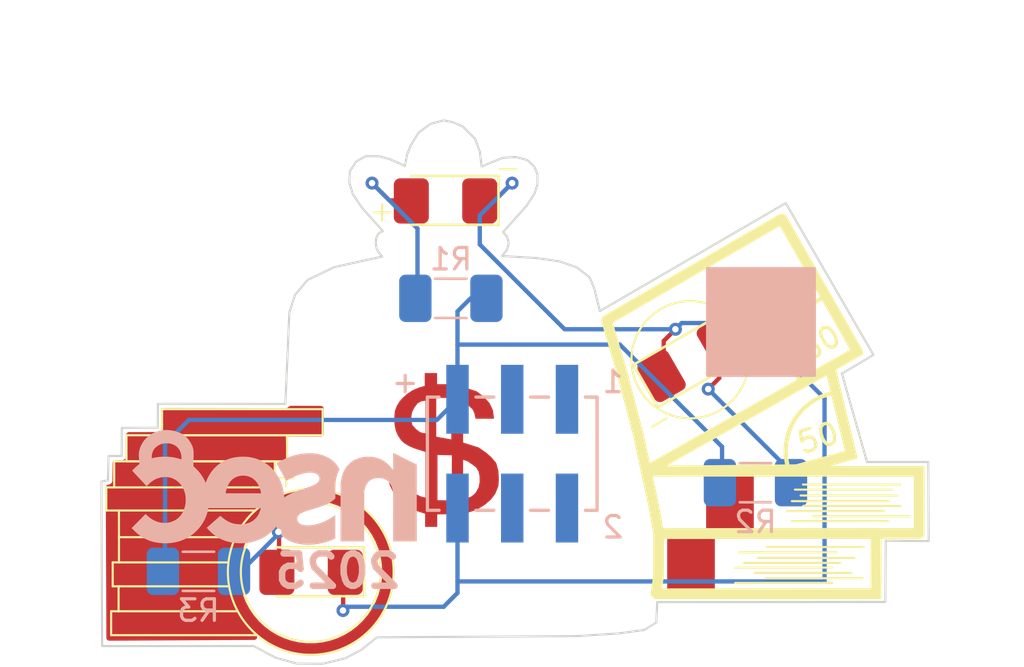
<source format=kicad_pcb>
(kicad_pcb (version 20240108) (generator "pcbnew") (generator_version "8.0")
  (layers (0 "F.Cu" signal) (31 "B.Cu" signal) (34 "B.Paste" user) (35 "F.Paste" user) (36 "B.SilkS" user "B.Silkscreen") (37 "F.SilkS" user "F.Silkscreen") (38 "B.Mask" user) (39 "F.Mask" user) (44 "Edge.Cuts" user))
  (net 0 "")
  (net 1 "GND")
  (net 2 "Net-(D1-A)")
  (net 3 "Net-(D2-A)")
  (net 4 "+3.3V")
  (net 9 "Net-(D3-A)")
  (footprint "footprints:LED_1206_3216Metric_Pad1.42x1.75mm_HandSolder" (layer "F.Cu") (at 133.324168 126.690844 30)
    (property "Reference" "D2" (hide yes))
    (property "Value" "LED")
    (fp_text user "-" (at -3.434354 2.300139 30) (layer "F.SilkS") (effects (font (thickness 0.1)) (justify left bottom)))
    (fp_text user "+" (at 2.410133 -1.022808 30) (layer "F.SilkS") (effects (font (thickness 0.1)) (justify left bottom)))
    (pad "1" smd roundrect (at -1.5875 -0.025 30) (size 1.625 2.1) (layers "F.Cu" "F.Paste" "F.Mask") (roundrect_rratio 0.175439) (net 1 "GND"))
    (pad "2" smd roundrect (at 1.5875 -0.025 30) (size 1.625 2.1) (layers "F.Cu" "F.Paste" "F.Mask") (roundrect_rratio 0.175439) (net 3 "Net-(D2-A)"))
  )
  (footprint "footprints:LED_1206_3216Metric_Pad1.42x1.75mm_HandSolder" (layer "F.Cu") (at 115.670986 136.552257 180)
    (property "Reference" "D3" (hide yes))
    (property "Value" "LED")
    (fp_text user "-" (at -2.629014 4.752257 180) (layer "F.SilkS") (effects (font (thickness 0.1)) (justify left bottom)))
    (fp_text user "+" (at 0.470986 4.852257 180) (layer "F.SilkS") (effects (font (thickness 0.1)) (justify left bottom)))
    (pad "1" smd roundrect (at -1.5875 -0.025 180) (size 1.625 2.1) (layers "F.Cu" "F.Paste" "F.Mask") (roundrect_rratio 0.175439) (net 1 "GND"))
    (pad "2" smd roundrect (at 1.5875 -0.025 180) (size 1.625 2.1) (layers "F.Cu" "F.Paste" "F.Mask") (roundrect_rratio 0.175439) (net 9 "Net-(D3-A)"))
  )
  (footprint "footprints:LED_1206_3216Metric_Pad1.42x1.75mm_HandSolder" (layer "F.Cu") (at 121.910116 119.303931 180)
    (property "Reference" "D1" (hide yes))
    (property "Value" "LED")
    (fp_text user "+" (at 2.260116 -0.046069 180) (layer "F.SilkS") (effects (font (thickness 0.1)) (justify left bottom)))
    (fp_text user "-" (at -3.589884 1.953931 180) (layer "F.SilkS") (effects (font (thickness 0.1)) (justify left bottom)))
    (pad "1" smd roundrect (at -1.5875 -0.025 180) (size 1.625 2.1) (layers "F.Cu" "F.Paste" "F.Mask") (roundrect_rratio 0.175439) (net 1 "GND"))
    (pad "2" smd roundrect (at 1.5875 -0.025 180) (size 1.625 2.1) (layers "F.Cu" "F.Paste" "F.Mask") (roundrect_rratio 0.175439) (net 2 "Net-(D1-A)"))
  )
  (footprint "footprints:nsec-2025" (layer "B.Cu") (at 113.85 135.55 180)
    (property "Reference" "REF**" (hide yes))
    (property "Value" "nsec-2025" (hide yes))
    (fp_text user "2025" (at -6.1 -1.85 0) (layer "B.SilkS") (effects (font (size 1.5 1.5) (thickness 0.3) (bold yes)) (justify left bottom mirror)))
  )
  (footprint "footprints:R_1206_3216Metric_Pad1.30x1.75mm_HandSolder" (layer "B.Cu") (at 122.159405 123.851589 180)
    (property "Reference" "R1" (at 0 1.82 0) (layer "B.SilkS") (effects (justify mirror)))
    (property "Value" "330")
    (pad "1" smd roundrect (at -1.65 0 180) (size 1.5 2.2) (layers "B.Cu" "B.Paste" "B.Mask") (roundrect_rratio 0.192308) (net 4 "+3.3V"))
    (pad "2" smd roundrect (at 1.65 0 180) (size 1.5 2.2) (layers "B.Cu" "B.Paste" "B.Mask") (roundrect_rratio 0.192308) (net 2 "Net-(D1-A)"))
  )
  (footprint "footprints:R_1206_3216Metric_Pad1.30x1.75mm_HandSolder" (layer "B.Cu") (at 136.294019 132.414297)
    (property "Reference" "R2" (at 0 1.82 180) (layer "B.SilkS") (effects (justify mirror)))
    (property "Value" "330")
    (pad "1" smd roundrect (at -1.65 0) (size 1.5 2.2) (layers "B.Cu" "B.Paste" "B.Mask") (roundrect_rratio 0.192308) (net 4 "+3.3V"))
    (pad "2" smd roundrect (at 1.65 0) (size 1.5 2.2) (layers "B.Cu" "B.Paste" "B.Mask") (roundrect_rratio 0.192308) (net 3 "Net-(D2-A)"))
  )
  (footprint "footprints:SAO Connector SMD" (layer "B.Cu") (at 125.005473 131.066827 180)
    (property "Reference" "J1" (hide yes))
    (property "Value" "SAO Connector SMD" (hide yes))
    (fp_text user "1" (at -5.25 2.75 0) (layer "B.SilkS") (effects (justify left bottom mirror)))
    (fp_text user "2" (at -5.25 -4 0) (layer "B.SilkS") (effects (justify left bottom mirror)))
    (fp_text user "-" (at 4.25 -4 0) (layer "B.SilkS") (effects (justify left bottom mirror)))
    (fp_text user "+" (at 4.25 2.75 0) (layer "B.SilkS") (effects (justify left bottom mirror)))
    (pad "1" smd rect (at -2.54 2.524999 180) (size 1.0414 3.2004) (layers "B.Cu" "B.Paste" "B.Mask"))
    (pad "2" smd rect (at -2.54 -2.524999 180) (size 1.0414 3.2004) (layers "B.Cu" "B.Paste" "B.Mask"))
    (pad "3" smd rect (at 0 2.524999 180) (size 1.0414 3.2004) (layers "B.Cu" "B.Paste" "B.Mask"))
    (pad "4" smd rect (at 0 -2.524999 180) (size 1.0414 3.2004) (layers "B.Cu" "B.Paste" "B.Mask"))
    (pad "5" smd rect (at 2.54 2.524999 180) (size 1.0414 3.2004) (layers "B.Cu" "B.Paste" "B.Mask") (net 4 "+3.3V"))
    (pad "6" smd rect (at 2.54 -2.524999 180) (size 1.0414 3.2004) (layers "B.Cu" "B.Paste" "B.Mask") (net 1 "GND"))
  )
  (footprint "footprints:R_1206_3216Metric_Pad1.30x1.75mm_HandSolder" (layer "B.Cu") (at 110.443855 136.531772)
    (property "Reference" "R3" (at 0 1.82 180) (layer "B.SilkS") (effects (justify mirror)))
    (property "Value" "330")
    (pad "1" smd roundrect (at -1.65 0) (size 1.5 2.2) (layers "B.Cu" "B.Paste" "B.Mask") (roundrect_rratio 0.192308) (net 4 "+3.3V"))
    (pad "2" smd roundrect (at 1.65 0) (size 1.5 2.2) (layers "B.Cu" "B.Paste" "B.Mask") (roundrect_rratio 0.192308) (net 9 "Net-(D3-A)"))
  )
  (gr_rect (start 132.246656 134.961955) (end 134.359254 137.450528) (stroke (width 0.1)) (fill solid) (layer "F.Cu"))
  (gr_rect (start 134.05407 132.078873) (end 136.166668 134.567446) (stroke (width 0.1)) (fill solid) (layer "F.Cu"))
  (gr_poly (pts (xy 123.274423 129.18671) (xy 123.321973 129.41619) (xy 124.134457 129.418258) (xy 124.086907 129.058532) (xy 123.935988 128.736019) (xy 123.663092 128.427977) (xy 123.337592 128.188418) (xy 122.718294 127.993825) (xy 122.716227 127.342597) (xy 122.203514 127.344664) (xy 122.205581 127.867714) (xy 122.206199 128.462197) (xy 122.202064 130.436556) (xy 121.454609 130.298457) (xy 121.455118 128.452786) (xy 122.204131 128.45186) (xy 122.186767 127.86508) (xy 121.494399 127.865647) (xy 121.492331 127.346732) (xy 120.969281 127.346732) (xy 120.971349 127.935938) (xy 120.667442 128.024836) (xy 120.390412 128.142677) (xy 120.148527 128.301867) (xy 119.929384 128.498269) (xy 119.782599 128.669862) (xy 119.667456 128.86523) (xy 119.586197 129.077138) (xy 119.559321 129.325225) (xy 119.557253 129.550571) (xy 119.57675 129.76532) (xy 119.627545 130.001262) (xy 119.724712 130.220405) (xy 119.877699 130.445751) (xy 120.010012 130.561525) (xy 120.237425 130.70004) (xy 120.481377 130.80341) (xy 121.00091 130.966425) (xy 120.998842 130.147738) (xy 120.81071 130.122929) (xy 120.682531 130.062975) (xy 120.52541 129.940999) (xy 120.345855 129.744597) (xy 120.31071 129.593677) (xy 120.296238 129.376601) (xy 120.333142 129.138126) (xy 120.440647 128.921775) (xy 120.593634 128.716378) (xy 120.779699 128.611667) (xy 121.00091 128.576521) (xy 121.002977 130.145671) (xy 120.999876 130.967028) (xy 120.999876 133.137013) (xy 120.74662 133.074547) (xy 120.511727 132.954013) (xy 120.285592 132.714821) (xy 120.124336 132.402645) (xy 120.020966 132.119412) (xy 119.243627 132.117345) (xy 119.349064 132.530823) (xy 119.533062 132.907088) (xy 119.754273 133.186186) (xy 119.973416 133.378453) (xy 120.250447 133.547979) (xy 120.558488 133.700966) (xy 120.986438 133.839481) (xy 120.986438 134.44316) (xy 121.499151 134.44316) (xy 121.498375 133.867391) (xy 121.511979 133.260619) (xy 121.511979 131.102263) (xy 122.22833 131.120869) (xy 122.223678 133.265271) (xy 121.516631 133.251316) (xy 121.525934 133.860679) (xy 122.222738 133.856021) (xy 122.224805 134.447294) (xy 122.702373 134.447294) (xy 122.706507 133.856021) (xy 122.702373 133.184118) (xy 122.700305 131.315197) (xy 122.946325 131.402027) (xy 123.159266 131.548812) (xy 123.341196 131.683192) (xy 123.467307 131.887864) (xy 123.514857 132.109075) (xy 123.516925 132.394375) (xy 123.467307 132.644529) (xy 123.318455 132.907088) (xy 123.136525 133.066277) (xy 122.931853 133.157242) (xy 122.702373 133.184118) (xy 122.706507 133.856021) (xy 123.279849 133.674463) (xy 123.529329 133.543844) (xy 123.758809 133.392925) (xy 123.996559 133.184118) (xy 124.199164 132.917425) (xy 124.339746 132.561834) (xy 124.36042 132.251725) (xy 124.341814 131.887864) (xy 124.242736 131.511455) (xy 124.011031 131.238703) (xy 123.765012 131.023695) (xy 123.433353 130.799756) (xy 122.701755 130.567727) (xy 122.69762 128.673997) (xy 122.987055 128.812512) (xy 123.185525 128.994443)) (stroke (width 0.05)) (fill solid) (layer "F.Cu"))
  (gr_rect (start 134.05 122.45) (end 139.05 127.45) (stroke (width 0.1)) (fill solid) (layer "B.SilkS"))
  (gr_poly (pts (xy 139.756967 127.058529) (xy 140.740244 131.114548) (xy 138.20011 131.811036) (xy 131.221572 131.87932)) (stroke (width 0.5)) (fill none) (layer "F.SilkS"))
  (gr_line (start 136.758917 136.85117) (end 141.258917 136.85117) (stroke (width 0.1)) (layer "F.SilkS"))
  (gr_arc (start 138.303533 127.595748) (mid 138.030335 125.506997) (end 139.342074 123.858708) (stroke (width 0.2)) (layer "F.SilkS"))
  (gr_line (start 138.516722 133.495416) (end 143.016722 133.495416) (stroke (width 0.1)) (layer "F.SilkS"))
  (gr_line (start 136.253622 136.60535) (end 140.753622 136.60535) (stroke (width 0.1)) (layer "F.SilkS"))
  (gr_line (start 106.166171 132.632045) (end 106.166171 133.706366) (stroke (width 0.1)) (layer "F.SilkS"))
  (gr_line (start 106.390746 139.496778) (end 113.152296 139.496778) (stroke (width 0.1)) (layer "F.SilkS"))
  (gr_line (start 135.352284 137.069676) (end 139.852284 137.069676) (stroke (width 0.1)) (layer "F.SilkS"))
  (gr_line (start 138.5 132.5) (end 143 132.5) (stroke (width 0.1)) (layer "F.SilkS"))
  (gr_rect (start 106.532375 131.42326) (end 113.986806 132.632663) (stroke (width 0.1)) (fill none) (layer "F.SilkS"))
  (gr_line (start 106.754923 136.116003) (end 106.463582 136.116003) (stroke (width 0.1)) (layer "F.SilkS"))
  (gr_line (start 106.752763 133.710544) (end 106.754923 136.116003) (stroke (width 0.1)) (layer "F.SilkS"))
  (gr_line (start 106.736714 138.386039) (end 112.261275 138.385496) (stroke (width 0.1)) (layer "F.SilkS"))
  (gr_line (start 106.754884 134.946003) (end 112.164161 134.946048) (stroke (width 0.1)) (layer "F.SilkS"))
  (gr_line (start 136.813544 135.403567) (end 141.313544 135.403567) (stroke (width 0.1)) (layer "F.SilkS"))
  (gr_line (start 106.166171 133.706366) (end 113.089434 133.705005) (stroke (width 0.1)) (layer "F.SilkS"))
  (gr_line (start 106.736714 138.386039) (end 106.390746 138.386039) (stroke (width 0.1)) (layer "F.SilkS"))
  (gr_circle (center 115.655238 136.562988) (end 118.33582 134.736683) (stroke (width 0.1)) (fill none) (layer "F.SilkS"))
  (gr_line (start 106.463582 137.226742) (end 106.736714 137.226742) (stroke (width 0.1)) (layer "F.SilkS"))
  (gr_line (start 106.463582 136.116003) (end 106.463582 137.226742) (stroke (width 0.1)) (layer "F.SilkS"))
  (gr_line (start 138.947665 133.974916) (end 143.447665 133.974916) (stroke (width 0.1)) (layer "F.SilkS"))
  (gr_line (start 138.38926 133.009847) (end 142.88926 133.009847) (stroke (width 0.1)) (layer "F.SilkS"))
  (gr_circle (center 133.262542 126.704013) (end 135.468829 128.298287) (stroke (width 0.1)) (fill none) (layer "F.SilkS"))
  (gr_line (start 106.532375 132.632663) (end 106.166171 132.632045) (stroke (width 0.1)) (layer "F.SilkS"))
  (gr_line (start 135.543477 135.649386) (end 140.043477 135.649386) (stroke (width 0.1)) (layer "F.SilkS"))
  (gr_line (start 137.982596 133.27084) (end 142.482596 133.27084) (stroke (width 0.1)) (layer "F.SilkS"))
  (gr_line (start 106.736714 137.226742) (end 106.736714 138.386039) (stroke (width 0.1)) (layer "F.SilkS"))
  (gr_line (start 137.976526 134.199491) (end 142.476526 134.199491) (stroke (width 0.1)) (layer "F.SilkS"))
  (gr_line (start 113.564219 132.636897) (end 113.56503 133.317911) (stroke (width 0.1)) (layer "F.SilkS"))
  (gr_line (start 106.390746 138.386039) (end 106.390746 139.496778) (stroke (width 0.1)) (layer "F.SilkS"))
  (gr_rect (start 107.103864 130.210887) (end 114.558295 131.42029) (stroke (width 0.1)) (fill none) (layer "F.SilkS"))
  (gr_line (start 106.736714 137.226742) (end 111.859469 137.226742) (stroke (width 0.1)) (layer "F.SilkS"))
  (gr_line (start 137.751951 133.732131) (end 142.251951 133.732131) (stroke (width 0.1)) (layer "F.SilkS"))
  (gr_circle (center 115.655238 136.562988) (end 118.782607 138.802675) (stroke (width 0.1)) (fill none) (layer "F.SilkS"))
  (gr_line (start 135.73467 136.141025) (end 140.23467 136.141025) (stroke (width 0.1)) (layer "F.SilkS"))
  (gr_poly (pts (xy 131.221572 131.87932) (xy 130.8665 130.213211) (xy 130.094017 127.275362) (xy 129.383872 124.871795) (xy 137.517279 120.16193) (xy 141.020903 126.328578)) (stroke (width 0.5)) (fill none) (layer "F.SilkS"))
  (gr_arc (start 137.777757 131.590411) (mid 138.103499 129.506165) (end 139.813051 128.270197) (stroke (width 0.2)) (layer "F.SilkS"))
  (gr_line (start 136.390188 135.908862) (end 140.890188 135.908862) (stroke (width 0.1)) (layer "F.SilkS"))
  (gr_line (start 135.338628 136.359531) (end 139.838628 136.359531) (stroke (width 0.1)) (layer "F.SilkS"))
  (gr_poly (pts (xy 131.221572 131.87932) (xy 143.893812 131.890746) (xy 143.893812 134.772295) (xy 131.802862 134.774619) (xy 131.557043 133.408956)) (stroke (width 0.5)) (fill none) (layer "F.SilkS"))
  (gr_line (start 138.12644 132.736714) (end 142.62644 132.736714) (stroke (width 0.1)) (layer "F.SilkS"))
  (gr_line (start 106.754923 136.116003) (end 111.829121 136.116003) (stroke (width 0.1)) (layer "F.SilkS"))
  (gr_poly (pts (xy 131.802862 134.774619) (xy 141.895438 134.769125) (xy 141.884637 137.570877) (xy 131.682808 137.571819) (xy 131.793758 136.750278)) (stroke (width 0.5)) (fill none) (layer "F.SilkS"))
  (gr_rect (start 108.753854 129) (end 116.208285 130.209403) (stroke (width 0.1)) (fill none) (layer "F.SilkS"))
  (gr_poly (pts (xy 105.97185 140.002229) (xy 113 140) (xy 114.02497 140.54389) (xy 115.008096 140.816005) (xy 116.201892 140.824783) (xy 117.264019 140.570223) (xy 118.007669 140.173311) (xy 118.729931 139.595875) (xy 127.98495 139.539297) (xy 129.93102 139.416387) (xy 131.139632 139.252508) (xy 131.692726 138.904264) (xy 131.733696 137.961956) (xy 142.320804 137.953234) (xy 142.340554 135.109191) (xy 144.335335 135.128941) (xy 144.315584 131.455385) (xy 141.471541 131.455385) (xy 140.306273 127.347322) (xy 141.767795 126.478309) (xy 137.699233 119.427452) (xy 129.070653 124.444817) (xy 128.816687 123.403443) (xy 128.597239 122.876768) (xy 128.000341 122.411539) (xy 127.175217 122.130646) (xy 126.139424 121.981421) (xy 124.534033 121.885689) (xy 124.762259 121.598944) (xy 124.844186 121.306347) (xy 124.779815 121.01375) (xy 124.580849 120.77382) (xy 125.675162 119.550764) (xy 126.043834 118.977274) (xy 126.172577 118.57349) (xy 126.178429 118.105335) (xy 126.026278 117.724959) (xy 125.698569 117.42651) (xy 125.171895 117.286063) (xy 124.563293 117.327027) (xy 123.582609 117.728908) (xy 123.506534 117.055934) (xy 123.284013 116.446355) (xy 122.706317 115.868659) (xy 122.257895 115.672285) (xy 121.821175 115.587097) (xy 121.215983 115.747003) (xy 120.6659 116.150787) (xy 120.30308 116.730129) (xy 120.11826 117.196381) (xy 120.028039 117.701551) (xy 119.331658 117.391398) (xy 118.828391 117.250952) (xy 118.198823 117.249048) (xy 117.757485 117.502585) (xy 117.47074 117.953184) (xy 117.443923 118.466252) (xy 117.605335 119.012386) (xy 118.03638 119.650787) (xy 119.001967 120.726909) (xy 118.801034 120.832879) (xy 118.695699 121.04745) (xy 118.66839 121.285429) (xy 118.711304 121.53121) (xy 118.816639 121.734078) (xy 118.97351 121.912251) (xy 116.751601 122.401071) (xy 115.5 123) (xy 114.921253 123.701892) (xy 114.663006 124.5) (xy 114.477417 128.754758) (xy 108.561104 128.748906) (xy 108.555252 129.860775) (xy 106.886325 129.866685) (xy 106.881692 131.17433) (xy 106.267144 131.17433) (xy 106.246659 132.301002) (xy 105.939385 132.362457)) (stroke (width 0.1)) (fill none) (layer "Edge.Cuts"))
  (gr_text "50" (at 138.682705 126.967158 30) (layer "F.SilkS") (effects (font (size 1 1)) (justify left bottom)))
  (gr_text "50" (at 138.36872 131.205956 17) (layer "F.SilkS") (effects (font (size 1 1)) (justify left bottom)))
  (segment (start 117.158486 138.341514) (end 117.158486 136.552257) (width 0.2) (layer "F.Cu") (net 1))
  (segment (start 116.545986 136.552257) (end 116.545986 137.333681) (width 0.2) (layer "F.Cu") (net 1))
  (segment (start 132.579429 125.287848) (end 132.579429 125.420571) (width 0.2) (layer "F.Cu") (net 1))
  (segment (start 123.397616 119.303931) (end 124.196069 119.303931) (width 0.2) (layer "F.Cu") (net 1))
  (segment (start 132.579429 125.287848) (end 132.035955 125.831322) (width 0.2) (layer "F.Cu") (net 1))
  (segment (start 132.035955 125.831322) (end 132.035955 127.434594) (width 0.2) (layer "F.Cu") (net 1))
  (segment (start 117.15 138.35) (end 117.158486 138.341514) (width 0.2) (layer "F.Cu") (net 1))
  (segment (start 124.196069 119.303931) (end 125 118.5) (width 0.2) (layer "F.Cu") (net 1))
  (via (at 132.579429 125.287848) (size 0.6) (drill 0.3) (layers "F.Cu" "B.Cu") (net 1))
  (via (at 117.15 138.35) (size 0.6) (drill 0.3) (layers "F.Cu" "B.Cu") (net 1))
  (via (at 125 118.5) (size 0.6) (drill 0.3) (layers "F.Cu" "B.Cu") (net 1))
  (segment (start 121.823067 138.176933) (end 122.465473 137.534527) (width 0.2) (layer "B.Cu") (net 1))
  (segment (start 132.867277 125) (end 136 125) (width 0.2) (layer "B.Cu") (net 1))
  (segment (start 117.15 138.35) (end 117.323067 138.176933) (width 0.2) (layer "B.Cu") (net 1))
  (segment (start 123.5 120) (end 123.5 121.35) (width 0.2) (layer "B.Cu") (net 1))
  (segment (start 127.437848 125.287848) (end 132.579429 125.287848) (width 0.2) (layer "B.Cu") (net 1))
  (segment (start 132.579429 125.287848) (end 132.867277 125) (width 0.2) (layer "B.Cu") (net 1))
  (segment (start 123.5 121.35) (end 127.437848 125.287848) (width 0.2) (layer "B.Cu") (net 1))
  (segment (start 122.465473 137.534527) (end 122.465473 137) (width 0.2) (layer "B.Cu") (net 1))
  (segment (start 125 118.5) (end 123.5 120) (width 0.2) (layer "B.Cu") (net 1))
  (segment (start 122.465473 137) (end 122.465473 133.591826) (width 0.2) (layer "B.Cu") (net 1))
  (segment (start 136 125) (end 139.5 128.5) (width 0.2) (layer "B.Cu") (net 1))
  (segment (start 139.5 137) (end 122.465473 137) (width 0.2) (layer "B.Cu") (net 1))
  (segment (start 117.323067 138.176933) (end 121.823067 138.176933) (width 0.2) (layer "B.Cu") (net 1))
  (segment (start 139.5 128.5) (end 139.5 137) (width 0.2) (layer "B.Cu") (net 1))
  (segment (start 118.5 118.5) (end 119.303931 119.303931) (width 0.2) (layer "F.Cu") (net 2))
  (segment (start 119.303931 119.303931) (end 120.422616 119.303931) (width 0.2) (layer "F.Cu") (net 2))
  (via (at 118.5 118.5) (size 0.6) (drill 0.3) (layers "F.Cu" "B.Cu") (net 2))
  (segment (start 118.5 118.5) (end 120.609405 120.609405) (width 0.2) (layer "B.Cu") (net 2))
  (segment (start 120.609405 120.609405) (end 120.609405 123.851589) (width 0.2) (layer "B.Cu") (net 2))
  (segment (start 134.612381 127.556491) (end 134.612381 125.947094) (width 0.2) (layer "F.Cu") (net 3))
  (segment (start 134.102256 128.066616) (end 134.612381 127.556491) (width 0.2) (layer "F.Cu") (net 3))
  (via (at 134.102256 128.066616) (size 0.6) (drill 0.3) (layers "F.Cu" "B.Cu") (net 3))
  (segment (start 134.102256 128.066616) (end 137.844019 131.808379) (width 0.2) (layer "B.Cu") (net 3))
  (segment (start 137.844019 131.808379) (end 137.844019 132.414297) (width 0.2) (layer "B.Cu") (net 3))
  (segment (start 122.465473 126) (end 122.465473 124.458021) (width 0.2) (layer "B.Cu") (net 4))
  (segment (start 122.465473 128.541828) (end 122.465473 126) (width 0.2) (layer "B.Cu") (net 4))
  (segment (start 121.507301 129.5) (end 110 129.5) (width 0.2) (layer "B.Cu") (net 4))
  (segment (start 110 129.5) (end 108.893855 130.606145) (width 0.2) (layer "B.Cu") (net 4))
  (segment (start 130 126) (end 122.465473 126) (width 0.2) (layer "B.Cu") (net 4))
  (segment (start 134.744019 130.744019) (end 134.744019 132.414297) (width 0.2) (layer "B.Cu") (net 4))
  (segment (start 130 126) (end 134.744019 130.744019) (width 0.2) (layer "B.Cu") (net 4))
  (segment (start 122.465473 128.541828) (end 121.507301 129.5) (width 0.2) (layer "B.Cu") (net 4))
  (segment (start 108.893855 130.606145) (end 108.893855 136.531772) (width 0.2) (layer "B.Cu") (net 4))
  (segment (start 122.465473 124.458021) (end 123.071905 123.851589) (width 0.2) (layer "B.Cu") (net 4))
  (segment (start 114.183486 134.733486) (end 114.183486 136.552257) (width 0.2) (layer "F.Cu") (net 9))
  (segment (start 114.795986 135.724041) (end 114.795986 136.552257) (width 0.2) (layer "F.Cu") (net 9))
  (segment (start 114.15 134.7) (end 114.183486 134.733486) (width 0.2) (layer "F.Cu") (net 9))
  (via (at 114.15 134.7) (size 0.6) (drill 0.3) (layers "F.Cu" "B.Cu") (net 9))
  (segment (start 114.15 134.7) (end 114.15 134.797432) (width 0.2) (layer "B.Cu") (net 9))
  (segment (start 114.15 134.797432) (end 112.41566 136.531772) (width 0.2) (layer "B.Cu") (net 9))
  (segment (start 112.41566 136.531772) (end 111.993855 136.531772) (width 0.2) (layer "B.Cu") (net 9))
  (zone (net 0) (net_name "") (layer "F.Cu") (connect_pads (clearance 0)) (min_thickness 0.25) (fill yes (thermal_gap 0.5) (thermal_bridge_width 0.5) (island_removal_mode 1) (island_area_min 10))
    (polygon (pts (xy 116.255729 128.849065) (xy 116.261799 130.269355) (xy 114.5 130.263378) (xy 114.51982 131.410442) (xy 113.961415 131.416512) (xy 113.943206 132.606156) (xy 113.518333 132.612226) (xy 113.503632 133.31784) (xy 113.27146 133.479437) (xy 112.972792 133.735835) (xy 112.701595 134.021134) (xy 112.460653 134.332406) (xy 112.252438 134.666456) (xy 112.079086 135.019857) (xy 111.942377 135.388983) (xy 111.843713 135.770045) (xy 111.784107 136.159134) (xy 111.76417 136.552257) (xy 111.784107 136.94538) (xy 111.843713 137.334469) (xy 111.942377 137.715531) (xy 112.079086 138.084657) (xy 112.252438 138.438058) (xy 112.460653 138.772108) (xy 112.701595 139.08338) (xy 112.972792 139.368679) (xy 113.27146 139.625077) (xy 113.39925 139.714021) (xy 106.029822 139.754737) (xy 105.988852 128.815775)))
  )
  (zone (net 0) (net_name "") (layer "F.Cu") (connect_pads (clearance 0)) (min_thickness 0.25) (fill yes (thermal_gap 0.5) (thermal_bridge_width 0.5) (island_removal_mode 1) (island_area_min 10))
    (polygon (pts (xy 116.230783 132.782649) (xy 116.609494 132.860476) (xy 116.978388 132.976217) (xy 117.33368 133.128685) (xy 117.671725 133.316315) (xy 117.989053 133.537182) (xy 118.282408 133.789019) (xy 118.54878 134.069242) (xy 118.785435 134.374976) (xy 118.989946 134.703083) (xy 119.160213 135.050197) (xy 119.29449 135.412755) (xy 119.391399 135.787038) (xy 119.449945 136.169205) (xy 119.469527 136.555334) (xy 119.449945 136.941463) (xy 119.391399 137.32363) (xy 119.29449 137.697913) (xy 119.160213 138.060471) (xy 118.989946 138.407585) (xy 118.785435 138.735692) (xy 118.54878 139.041426) (xy 118.282408 139.321649) (xy 117.989053 139.573486) (xy 117.671725 139.794353) (xy 117.33368 139.981983) (xy 116.978388 140.134451) (xy 116.609494 140.250192) (xy 116.230783 140.328019) (xy 115.846142 140.367133) (xy 115.459516 140.367133) (xy 115.074875 140.328019) (xy 114.696164 140.250192) (xy 114.32727 140.134451) (xy 113.971978 139.981983) (xy 113.633933 139.794353) (xy 113.316605 139.573486) (xy 113.02325 139.321649) (xy 112.756878 139.041426) (xy 112.520223 138.735692) (xy 112.315712 138.407585) (xy 112.145445 138.060471) (xy 112.011168 137.697913) (xy 111.914259 137.32363) (xy 111.855713 136.941463) (xy 111.836131 136.555334) (xy 111.855713 136.169205) (xy 111.914259 135.787038) (xy 112.011168 135.412755) (xy 112.145445 135.050197) (xy 112.315712 134.703083) (xy 112.520223 134.374976) (xy 112.756878 134.069242) (xy 113.02325 133.789019) (xy 113.316605 133.537182) (xy 113.633933 133.316315) (xy 113.971978 133.128685) (xy 114.32727 132.976217) (xy 114.696164 132.860476) (xy 115.074875 132.782649) (xy 115.459516 132.743535) (xy 115.846142 132.743535)))
    (polygon (pts (xy 115.115459 133.277522) (xy 114.764215 133.354836) (xy 114.42339 133.469674) (xy 114.096978 133.620688) (xy 113.788807 133.806108) (xy 113.502491 134.02376) (xy 113.241385 134.271093) (xy 113.008551 134.545206) (xy 112.806719 134.842886) (xy 112.638255 135.160643) (xy 112.505134 135.494752) (xy 112.408916 135.841295) (xy 112.350731 136.196209) (xy 112.33126 136.555334) (xy 112.350731 136.914459) (xy 112.408916 137.269373) (xy 112.505134 137.615916) (xy 112.638255 137.950025) (xy 112.806719 138.267782) (xy 113.008551 138.565462) (xy 113.241385 138.839575) (xy 113.502491 139.086908) (xy 113.788807 139.30456) (xy 114.096978 139.48998) (xy 114.42339 139.640994) (xy 114.764215 139.755832) (xy 115.115459 139.833146) (xy 115.473003 139.872032) (xy 115.832655 139.872032) (xy 116.190199 139.833146) (xy 116.541443 139.755832) (xy 116.882268 139.640994) (xy 117.20868 139.48998) (xy 117.516851 139.30456) (xy 117.803167 139.086908) (xy 118.064273 138.839575) (xy 118.297107 138.565462) (xy 118.498939 138.267782) (xy 118.667403 137.950025) (xy 118.800524 137.615916) (xy 118.896742 137.269373) (xy 118.954927 136.914459) (xy 118.974398 136.555334) (xy 118.954927 136.196209) (xy 118.896742 135.841295) (xy 118.800524 135.494752) (xy 118.667403 135.160643) (xy 118.498939 134.842886) (xy 118.297107 134.545206) (xy 118.064273 134.271093) (xy 117.803167 134.02376) (xy 117.516851 133.806108) (xy 117.20868 133.620688) (xy 116.882268 133.469674) (xy 116.541443 133.354836) (xy 116.190199 133.277522) (xy 115.832655 133.238636) (xy 115.473003 133.238636)))
  )
)
</source>
